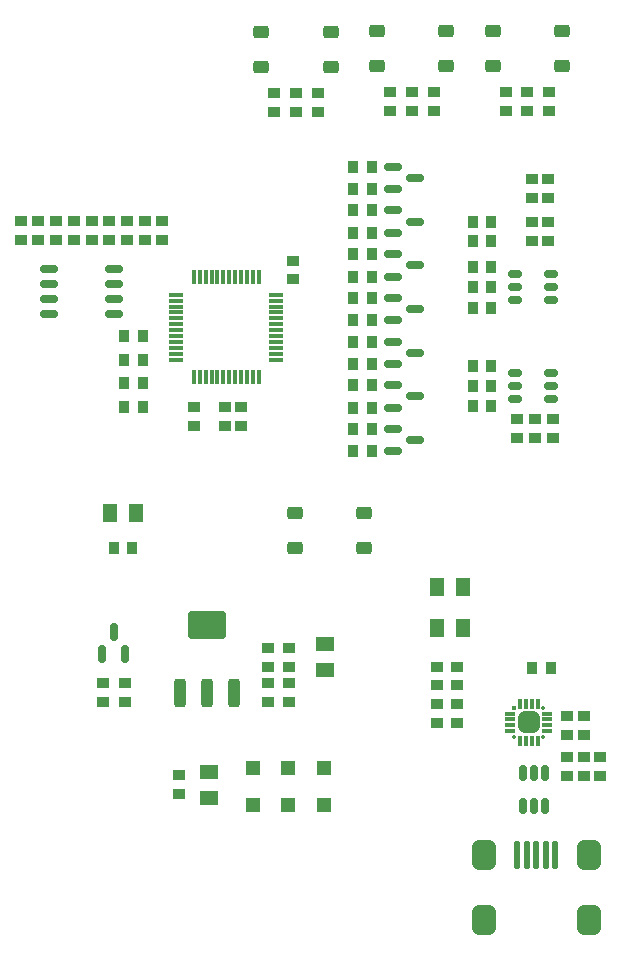
<source format=gtp>
G04*
G04 #@! TF.GenerationSoftware,Altium Limited,Altium Designer,24.3.1 (35)*
G04*
G04 Layer_Color=8421504*
%FSLAX25Y25*%
%MOIN*%
G70*
G04*
G04 #@! TF.SameCoordinates,CBDEA9DE-FB5E-4B32-9C3F-323BEE311ABC*
G04*
G04*
G04 #@! TF.FilePolarity,Positive*
G04*
G01*
G75*
G04:AMPARAMS|DCode=15|XSize=39.37mil|YSize=94.49mil|CornerRadius=9.84mil|HoleSize=0mil|Usage=FLASHONLY|Rotation=180.000|XOffset=0mil|YOffset=0mil|HoleType=Round|Shape=RoundedRectangle|*
%AMROUNDEDRECTD15*
21,1,0.03937,0.07480,0,0,180.0*
21,1,0.01968,0.09449,0,0,180.0*
1,1,0.01968,-0.00984,0.03740*
1,1,0.01968,0.00984,0.03740*
1,1,0.01968,0.00984,-0.03740*
1,1,0.01968,-0.00984,-0.03740*
%
%ADD15ROUNDEDRECTD15*%
G04:AMPARAMS|DCode=16|XSize=129.92mil|YSize=94.49mil|CornerRadius=14.17mil|HoleSize=0mil|Usage=FLASHONLY|Rotation=180.000|XOffset=0mil|YOffset=0mil|HoleType=Round|Shape=RoundedRectangle|*
%AMROUNDEDRECTD16*
21,1,0.12992,0.06614,0,0,180.0*
21,1,0.10158,0.09449,0,0,180.0*
1,1,0.02835,-0.05079,0.03307*
1,1,0.02835,0.05079,0.03307*
1,1,0.02835,0.05079,-0.03307*
1,1,0.02835,-0.05079,-0.03307*
%
%ADD16ROUNDEDRECTD16*%
%ADD17R,0.05906X0.05118*%
%ADD18R,0.05118X0.05906*%
%ADD19R,0.03700X0.04000*%
G04:AMPARAMS|DCode=20|XSize=23.62mil|YSize=59.06mil|CornerRadius=5.91mil|HoleSize=0mil|Usage=FLASHONLY|Rotation=180.000|XOffset=0mil|YOffset=0mil|HoleType=Round|Shape=RoundedRectangle|*
%AMROUNDEDRECTD20*
21,1,0.02362,0.04724,0,0,180.0*
21,1,0.01181,0.05906,0,0,180.0*
1,1,0.01181,-0.00591,0.02362*
1,1,0.01181,0.00591,0.02362*
1,1,0.01181,0.00591,-0.02362*
1,1,0.01181,-0.00591,-0.02362*
%
%ADD20ROUNDEDRECTD20*%
%ADD21R,0.04000X0.03700*%
G04:AMPARAMS|DCode=22|XSize=53.15mil|YSize=43.31mil|CornerRadius=10.83mil|HoleSize=0mil|Usage=FLASHONLY|Rotation=180.000|XOffset=0mil|YOffset=0mil|HoleType=Round|Shape=RoundedRectangle|*
%AMROUNDEDRECTD22*
21,1,0.05315,0.02165,0,0,180.0*
21,1,0.03150,0.04331,0,0,180.0*
1,1,0.02165,-0.01575,0.01083*
1,1,0.02165,0.01575,0.01083*
1,1,0.02165,0.01575,-0.01083*
1,1,0.02165,-0.01575,-0.01083*
%
%ADD22ROUNDEDRECTD22*%
%ADD23R,0.01200X0.04700*%
G04:AMPARAMS|DCode=24|XSize=47.24mil|YSize=23.62mil|CornerRadius=5.91mil|HoleSize=0mil|Usage=FLASHONLY|Rotation=0.000|XOffset=0mil|YOffset=0mil|HoleType=Round|Shape=RoundedRectangle|*
%AMROUNDEDRECTD24*
21,1,0.04724,0.01181,0,0,0.0*
21,1,0.03543,0.02362,0,0,0.0*
1,1,0.01181,0.01772,-0.00591*
1,1,0.01181,-0.01772,-0.00591*
1,1,0.01181,-0.01772,0.00591*
1,1,0.01181,0.01772,0.00591*
%
%ADD24ROUNDEDRECTD24*%
G04:AMPARAMS|DCode=25|XSize=23.62mil|YSize=59.06mil|CornerRadius=5.91mil|HoleSize=0mil|Usage=FLASHONLY|Rotation=90.000|XOffset=0mil|YOffset=0mil|HoleType=Round|Shape=RoundedRectangle|*
%AMROUNDEDRECTD25*
21,1,0.02362,0.04724,0,0,90.0*
21,1,0.01181,0.05906,0,0,90.0*
1,1,0.01181,0.02362,0.00591*
1,1,0.01181,0.02362,-0.00591*
1,1,0.01181,-0.02362,-0.00591*
1,1,0.01181,-0.02362,0.00591*
%
%ADD25ROUNDEDRECTD25*%
G04:AMPARAMS|DCode=26|XSize=70.87mil|YSize=70.87mil|CornerRadius=17.72mil|HoleSize=0mil|Usage=FLASHONLY|Rotation=90.000|XOffset=0mil|YOffset=0mil|HoleType=Round|Shape=RoundedRectangle|*
%AMROUNDEDRECTD26*
21,1,0.07087,0.03543,0,0,90.0*
21,1,0.03543,0.07087,0,0,90.0*
1,1,0.03543,0.01772,0.01772*
1,1,0.03543,0.01772,-0.01772*
1,1,0.03543,-0.01772,-0.01772*
1,1,0.03543,-0.01772,0.01772*
%
%ADD26ROUNDEDRECTD26*%
G04:AMPARAMS|DCode=27|XSize=11.81mil|YSize=11.81mil|CornerRadius=2.95mil|HoleSize=0mil|Usage=FLASHONLY|Rotation=90.000|XOffset=0mil|YOffset=0mil|HoleType=Round|Shape=RoundedRectangle|*
%AMROUNDEDRECTD27*
21,1,0.01181,0.00591,0,0,90.0*
21,1,0.00591,0.01181,0,0,90.0*
1,1,0.00591,0.00295,0.00295*
1,1,0.00591,0.00295,-0.00295*
1,1,0.00591,-0.00295,-0.00295*
1,1,0.00591,-0.00295,0.00295*
%
%ADD27ROUNDEDRECTD27*%
%ADD28R,0.01181X0.01181*%
G04:AMPARAMS|DCode=29|XSize=35.43mil|YSize=11.81mil|CornerRadius=2.95mil|HoleSize=0mil|Usage=FLASHONLY|Rotation=0.000|XOffset=0mil|YOffset=0mil|HoleType=Round|Shape=RoundedRectangle|*
%AMROUNDEDRECTD29*
21,1,0.03543,0.00591,0,0,0.0*
21,1,0.02953,0.01181,0,0,0.0*
1,1,0.00591,0.01476,-0.00295*
1,1,0.00591,-0.01476,-0.00295*
1,1,0.00591,-0.01476,0.00295*
1,1,0.00591,0.01476,0.00295*
%
%ADD29ROUNDEDRECTD29*%
G04:AMPARAMS|DCode=30|XSize=35.43mil|YSize=11.81mil|CornerRadius=2.95mil|HoleSize=0mil|Usage=FLASHONLY|Rotation=270.000|XOffset=0mil|YOffset=0mil|HoleType=Round|Shape=RoundedRectangle|*
%AMROUNDEDRECTD30*
21,1,0.03543,0.00591,0,0,270.0*
21,1,0.02953,0.01181,0,0,270.0*
1,1,0.00591,-0.00295,-0.01476*
1,1,0.00591,-0.00295,0.01476*
1,1,0.00591,0.00295,0.01476*
1,1,0.00591,0.00295,-0.01476*
%
%ADD30ROUNDEDRECTD30*%
%ADD31R,0.04724X0.04724*%
%ADD32R,0.04700X0.01200*%
G04:AMPARAMS|DCode=33|XSize=23.62mil|YSize=57.09mil|CornerRadius=5.91mil|HoleSize=0mil|Usage=FLASHONLY|Rotation=90.000|XOffset=0mil|YOffset=0mil|HoleType=Round|Shape=RoundedRectangle|*
%AMROUNDEDRECTD33*
21,1,0.02362,0.04528,0,0,90.0*
21,1,0.01181,0.05709,0,0,90.0*
1,1,0.01181,0.02264,0.00591*
1,1,0.01181,0.02264,-0.00591*
1,1,0.01181,-0.02264,-0.00591*
1,1,0.01181,-0.02264,0.00591*
%
%ADD33ROUNDEDRECTD33*%
G04:AMPARAMS|DCode=34|XSize=98.43mil|YSize=78.74mil|CornerRadius=19.68mil|HoleSize=0mil|Usage=FLASHONLY|Rotation=90.000|XOffset=0mil|YOffset=0mil|HoleType=Round|Shape=RoundedRectangle|*
%AMROUNDEDRECTD34*
21,1,0.09843,0.03937,0,0,90.0*
21,1,0.05906,0.07874,0,0,90.0*
1,1,0.03937,0.01968,0.02953*
1,1,0.03937,0.01968,-0.02953*
1,1,0.03937,-0.01968,-0.02953*
1,1,0.03937,-0.01968,0.02953*
%
%ADD34ROUNDEDRECTD34*%
G04:AMPARAMS|DCode=35|XSize=90.55mil|YSize=19.68mil|CornerRadius=4.92mil|HoleSize=0mil|Usage=FLASHONLY|Rotation=90.000|XOffset=0mil|YOffset=0mil|HoleType=Round|Shape=RoundedRectangle|*
%AMROUNDEDRECTD35*
21,1,0.09055,0.00984,0,0,90.0*
21,1,0.08071,0.01968,0,0,90.0*
1,1,0.00984,0.00492,0.04035*
1,1,0.00984,0.00492,-0.04035*
1,1,0.00984,-0.00492,-0.04035*
1,1,0.00984,-0.00492,0.04035*
%
%ADD35ROUNDEDRECTD35*%
G04:AMPARAMS|DCode=36|XSize=25.59mil|YSize=51.18mil|CornerRadius=6.4mil|HoleSize=0mil|Usage=FLASHONLY|Rotation=180.000|XOffset=0mil|YOffset=0mil|HoleType=Round|Shape=RoundedRectangle|*
%AMROUNDEDRECTD36*
21,1,0.02559,0.03839,0,0,180.0*
21,1,0.01280,0.05118,0,0,180.0*
1,1,0.01280,-0.00640,0.01919*
1,1,0.01280,0.00640,0.01919*
1,1,0.01280,0.00640,-0.01919*
1,1,0.01280,-0.00640,-0.01919*
%
%ADD36ROUNDEDRECTD36*%
D15*
X86575Y85720D02*
D03*
X95630D02*
D03*
X104685D02*
D03*
D16*
X95630Y108555D02*
D03*
D17*
X96280Y59496D02*
D03*
Y50834D02*
D03*
X135039Y93307D02*
D03*
Y101969D02*
D03*
D18*
X72047Y145866D02*
D03*
X63386D02*
D03*
X181169Y107500D02*
D03*
X172508D02*
D03*
X181169Y121000D02*
D03*
X172508D02*
D03*
D19*
X70867Y134055D02*
D03*
X64566D02*
D03*
X190552Y194882D02*
D03*
X184252D02*
D03*
X190551Y188189D02*
D03*
X184251D02*
D03*
X190552Y181496D02*
D03*
X184252D02*
D03*
X150839Y253740D02*
D03*
X144539D02*
D03*
Y261221D02*
D03*
X150839D02*
D03*
Y180905D02*
D03*
X144539D02*
D03*
Y188386D02*
D03*
X150839D02*
D03*
X203937Y94193D02*
D03*
X210237D02*
D03*
X150839Y246654D02*
D03*
X144539D02*
D03*
Y239173D02*
D03*
X150839D02*
D03*
Y232077D02*
D03*
X144539D02*
D03*
Y224597D02*
D03*
X150839D02*
D03*
Y217539D02*
D03*
X144539D02*
D03*
X150839Y202953D02*
D03*
X144539D02*
D03*
Y195473D02*
D03*
X150839D02*
D03*
Y173819D02*
D03*
X144539D02*
D03*
Y166339D02*
D03*
X150839D02*
D03*
X74410Y181102D02*
D03*
X68110D02*
D03*
X74410Y188976D02*
D03*
X68110D02*
D03*
X74410Y196850D02*
D03*
X68110D02*
D03*
Y204724D02*
D03*
X74410D02*
D03*
X144539Y210039D02*
D03*
X150839D02*
D03*
X190552Y227953D02*
D03*
X184252D02*
D03*
X190552Y221091D02*
D03*
X184252D02*
D03*
X190552Y214173D02*
D03*
X184252D02*
D03*
X184252Y236440D02*
D03*
X190552D02*
D03*
Y242741D02*
D03*
X184252D02*
D03*
D20*
X64567Y106102D02*
D03*
X68307Y98622D02*
D03*
X60827D02*
D03*
D21*
X68400Y89075D02*
D03*
Y82775D02*
D03*
X60919D02*
D03*
Y89075D02*
D03*
X195276Y286024D02*
D03*
Y279724D02*
D03*
X202425D02*
D03*
Y286024D02*
D03*
X209575Y286095D02*
D03*
Y279795D02*
D03*
X171260Y286024D02*
D03*
Y279724D02*
D03*
X163976Y279795D02*
D03*
Y286095D02*
D03*
X156693Y286024D02*
D03*
Y279724D02*
D03*
X132677Y285630D02*
D03*
Y279330D02*
D03*
X125394Y279401D02*
D03*
Y285701D02*
D03*
X118110Y285630D02*
D03*
Y279330D02*
D03*
X209402Y250940D02*
D03*
Y257241D02*
D03*
X203902Y250940D02*
D03*
Y257241D02*
D03*
Y242741D02*
D03*
Y236440D02*
D03*
X209402Y242741D02*
D03*
Y236440D02*
D03*
X210902Y170940D02*
D03*
Y177241D02*
D03*
X204949D02*
D03*
Y170940D02*
D03*
X198996Y177241D02*
D03*
Y170940D02*
D03*
X179008Y88288D02*
D03*
Y94588D02*
D03*
X172508Y88288D02*
D03*
Y94588D02*
D03*
Y81988D02*
D03*
Y75688D02*
D03*
X179008D02*
D03*
Y81988D02*
D03*
X221260Y78166D02*
D03*
Y71866D02*
D03*
X215620D02*
D03*
Y78166D02*
D03*
X215748Y64567D02*
D03*
Y58267D02*
D03*
X221260D02*
D03*
Y64567D02*
D03*
X226772D02*
D03*
Y58267D02*
D03*
X124409Y223622D02*
D03*
Y229922D02*
D03*
X86279Y52015D02*
D03*
Y58315D02*
D03*
X123130Y94488D02*
D03*
Y100788D02*
D03*
X116130D02*
D03*
Y94488D02*
D03*
X107087Y181102D02*
D03*
Y174802D02*
D03*
X101575Y181102D02*
D03*
Y174802D02*
D03*
X91339Y181102D02*
D03*
Y174802D02*
D03*
X80842Y236830D02*
D03*
Y243130D02*
D03*
X74945Y236830D02*
D03*
Y243130D02*
D03*
X69047Y236830D02*
D03*
Y243130D02*
D03*
X63150D02*
D03*
Y236830D02*
D03*
X57252Y243130D02*
D03*
Y236830D02*
D03*
X51354Y243130D02*
D03*
Y236830D02*
D03*
X45457D02*
D03*
Y243130D02*
D03*
X39559D02*
D03*
Y236830D02*
D03*
X33661Y243111D02*
D03*
Y236811D02*
D03*
X116130Y82775D02*
D03*
Y89075D02*
D03*
X123130D02*
D03*
Y82775D02*
D03*
D22*
X190909Y306496D02*
D03*
X213941D02*
D03*
X190909Y294685D02*
D03*
X213941D02*
D03*
X152461Y306496D02*
D03*
X175492D02*
D03*
X152461Y294685D02*
D03*
X175492D02*
D03*
X113878Y306102D02*
D03*
X136909D02*
D03*
X113878Y294291D02*
D03*
X136909D02*
D03*
X124902Y145866D02*
D03*
X147933D02*
D03*
X124902Y134055D02*
D03*
X147933D02*
D03*
D23*
X109043Y190972D02*
D03*
X91327Y224437D02*
D03*
X93295D02*
D03*
X95264D02*
D03*
X97232D02*
D03*
X99201D02*
D03*
X101169D02*
D03*
X103138D02*
D03*
X105106D02*
D03*
X107075D02*
D03*
X109043D02*
D03*
X111012D02*
D03*
X112980D02*
D03*
Y190972D02*
D03*
X111012D02*
D03*
X107075D02*
D03*
X105106D02*
D03*
X103138D02*
D03*
X101169D02*
D03*
X99201D02*
D03*
X97232D02*
D03*
X95264D02*
D03*
X93295D02*
D03*
X91327D02*
D03*
D24*
X198425Y192520D02*
D03*
Y188189D02*
D03*
Y183858D02*
D03*
X210236D02*
D03*
Y188189D02*
D03*
Y192520D02*
D03*
X198425Y225421D02*
D03*
Y221091D02*
D03*
Y216760D02*
D03*
X210236D02*
D03*
Y221091D02*
D03*
Y225421D02*
D03*
D25*
X165157Y257480D02*
D03*
X157677Y253740D02*
D03*
Y261221D02*
D03*
X165157Y184646D02*
D03*
X157677Y180905D02*
D03*
Y188386D02*
D03*
Y246654D02*
D03*
Y239173D02*
D03*
X165157Y242913D02*
D03*
X157677Y232087D02*
D03*
Y224606D02*
D03*
X165157Y228346D02*
D03*
X157677Y217520D02*
D03*
Y210039D02*
D03*
X165157Y213779D02*
D03*
X157677Y202953D02*
D03*
Y195473D02*
D03*
X165157Y199213D02*
D03*
X157677Y173819D02*
D03*
Y166339D02*
D03*
X165157Y170079D02*
D03*
D26*
X202945Y76000D02*
D03*
D27*
X207866Y71079D02*
D03*
Y80921D02*
D03*
X198024Y71079D02*
D03*
D28*
Y80921D02*
D03*
D29*
X196843Y78953D02*
D03*
Y76984D02*
D03*
Y75016D02*
D03*
Y73047D02*
D03*
X209047D02*
D03*
Y75016D02*
D03*
Y76984D02*
D03*
Y78953D02*
D03*
D30*
X199992Y82102D02*
D03*
X201961D02*
D03*
X203929D02*
D03*
X205898D02*
D03*
Y69898D02*
D03*
X203929D02*
D03*
X201961D02*
D03*
X199992D02*
D03*
D31*
X134780Y60949D02*
D03*
Y48350D02*
D03*
X122855Y60949D02*
D03*
Y48350D02*
D03*
X110931Y60949D02*
D03*
Y48350D02*
D03*
D32*
X85421Y196878D02*
D03*
Y198846D02*
D03*
Y200815D02*
D03*
Y202783D02*
D03*
Y204752D02*
D03*
Y206720D02*
D03*
Y208689D02*
D03*
Y210658D02*
D03*
Y212626D02*
D03*
Y214595D02*
D03*
Y216563D02*
D03*
Y218531D02*
D03*
X118886D02*
D03*
Y216563D02*
D03*
Y214595D02*
D03*
Y212626D02*
D03*
Y210658D02*
D03*
Y208689D02*
D03*
Y206720D02*
D03*
Y204752D02*
D03*
Y202783D02*
D03*
Y200815D02*
D03*
Y198846D02*
D03*
Y196878D02*
D03*
D33*
X43114Y226980D02*
D03*
Y221980D02*
D03*
Y216980D02*
D03*
Y211980D02*
D03*
X64571Y226980D02*
D03*
Y221980D02*
D03*
Y216980D02*
D03*
Y211980D02*
D03*
D34*
X223031Y31693D02*
D03*
X187992D02*
D03*
Y10039D02*
D03*
X223031D02*
D03*
D35*
X211811Y31693D02*
D03*
X199213D02*
D03*
X208661D02*
D03*
X202362D02*
D03*
X205512D02*
D03*
D36*
X200984Y48031D02*
D03*
X204724D02*
D03*
X208465D02*
D03*
Y59055D02*
D03*
X200984D02*
D03*
X204724D02*
D03*
M02*

</source>
